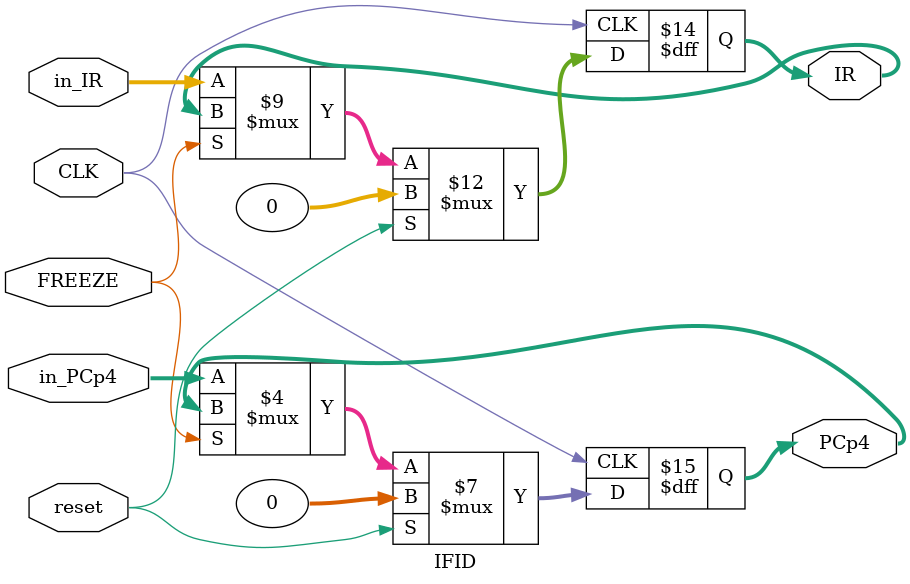
<source format=v>
module IFID(
    input [31:0] in_IR,
    input [31:0] in_PCp4,
	
    input FREEZE,
    input CLK,
	input reset,
	
    output reg [31:0] IR,
    output reg [31:0] PCp4
    );

	initial begin
		IR <= 0;
		PCp4 <= 0;
	end

    always @ (posedge CLK) begin
		if(reset) begin
			IR <= 0;
			PCp4 <= 0;
		end
        else if(!FREEZE) begin
            IR <= in_IR;
            PCp4 <= in_PCp4;
        end
    end

endmodule
</source>
